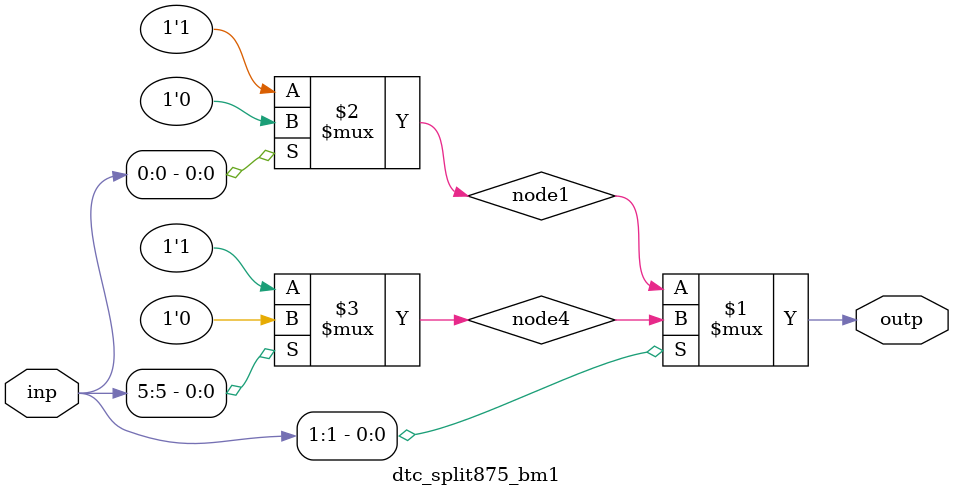
<source format=v>
module dtc_split875_bm1 (
	input  wire [6-1:0] inp,
	output wire [1-1:0] outp
);

	wire [1-1:0] node1;
	wire [1-1:0] node4;

	assign outp = (inp[1]) ? node4 : node1;
		assign node1 = (inp[0]) ? 1'b0 : 1'b1;
		assign node4 = (inp[5]) ? 1'b0 : 1'b1;

endmodule
</source>
